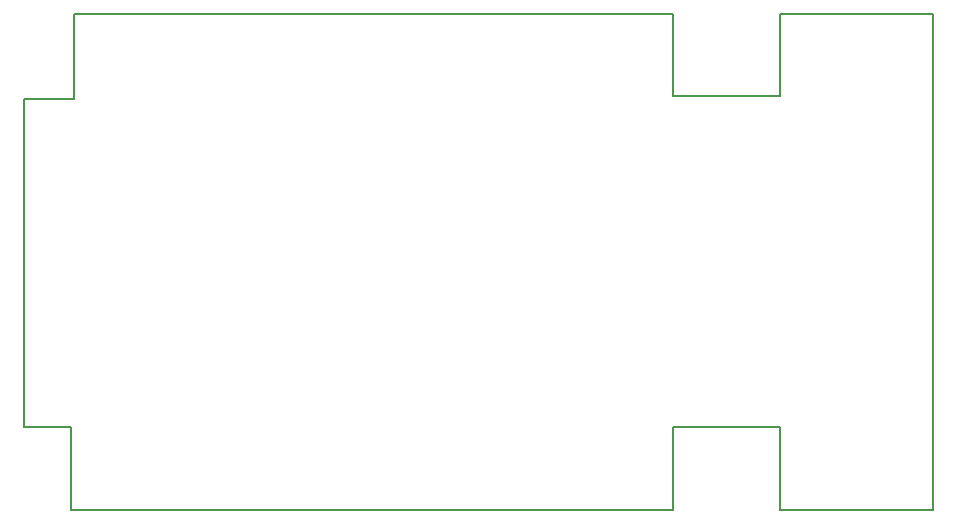
<source format=gbr>
G04 #@! TF.FileFunction,Profile,NP*
%FSLAX46Y46*%
G04 Gerber Fmt 4.6, Leading zero omitted, Abs format (unit mm)*
G04 Created by KiCad (PCBNEW 4.0.7-e2-6376~58~ubuntu16.04.1) date Sat Oct 21 11:32:06 2017*
%MOMM*%
%LPD*%
G01*
G04 APERTURE LIST*
%ADD10C,0.100000*%
%ADD11C,0.150000*%
G04 APERTURE END LIST*
D10*
D11*
X171000000Y-87000000D02*
X171000000Y-80000000D01*
X162000000Y-87000000D02*
X171000000Y-87000000D01*
X162000000Y-80000000D02*
X162000000Y-87000000D01*
X171000000Y-115000000D02*
X171000000Y-122000000D01*
X162000000Y-115000000D02*
X171000000Y-115000000D01*
X162000000Y-122000000D02*
X162000000Y-115000000D01*
X111000000Y-115000000D02*
X111000000Y-122000000D01*
X107000000Y-115000000D02*
X111000000Y-115000000D01*
X111300000Y-87200000D02*
X107000000Y-87200000D01*
X111300000Y-80000000D02*
X111300000Y-87200000D01*
X171000000Y-80000000D02*
X184000000Y-80000000D01*
X162000000Y-122000000D02*
X111000000Y-122000000D01*
X107000000Y-115000000D02*
X107000000Y-87200000D01*
X184000000Y-122000000D02*
X171000000Y-122000000D01*
X184000000Y-80000000D02*
X184000000Y-122000000D01*
X111300000Y-80000000D02*
X162000000Y-80000000D01*
M02*

</source>
